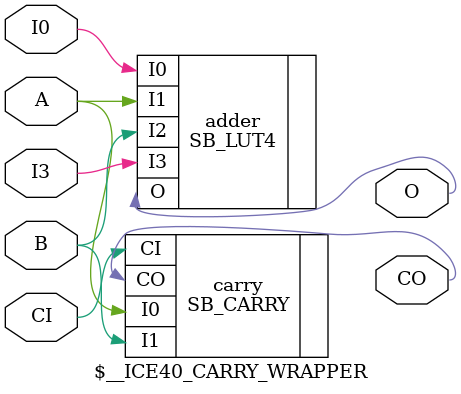
<source format=v>
(* abc9_box_id = 1, lib_whitebox *)
module \$__ICE40_CARRY_WRAPPER (
	(* abc9_carry *)
	output CO,
	output O,
	input A, B,
	(* abc9_carry *)
	input CI,
	input I0, I3
);
	parameter LUT = 0;
	SB_CARRY carry (
		.I0(A),
		.I1(B),
		.CI(CI),
		.CO(CO)
	);
	SB_LUT4 #(
		.LUT_INIT(LUT)
	) adder (
		.I0(I0),
		.I1(A),
		.I2(B),
		.I3(I3),
		.O(O)
	);
endmodule

</source>
